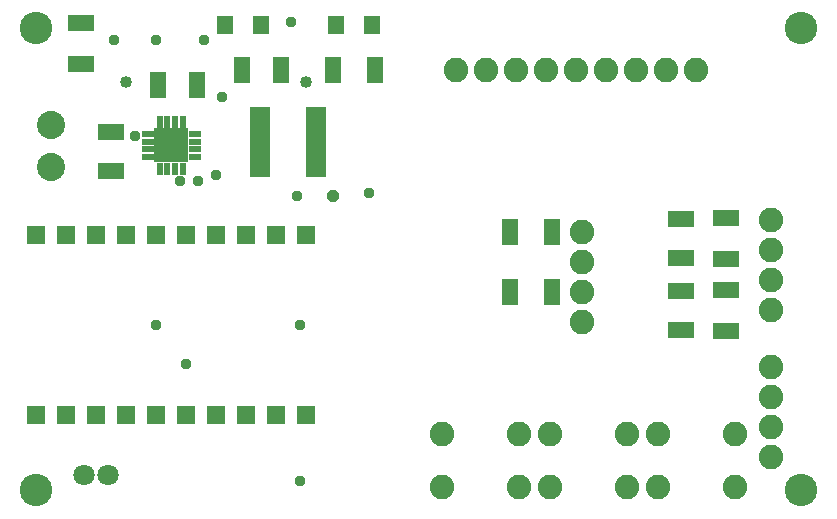
<source format=gts>
G04 EAGLE Gerber RS-274X export*
G75*
%MOMM*%
%FSLAX34Y34*%
%LPD*%
%INSoldermask Top*%
%IPPOS*%
%AMOC8*
5,1,8,0,0,1.08239X$1,22.5*%
G01*
%ADD10C,2.743200*%
%ADD11C,2.082800*%
%ADD12R,1.473200X2.235200*%
%ADD13R,2.235200X1.473200*%
%ADD14R,0.553200X1.003200*%
%ADD15R,1.003200X0.553200*%
%ADD16R,3.003200X3.003200*%
%ADD17C,2.387600*%
%ADD18C,1.803200*%
%ADD19R,2.263200X1.473200*%
%ADD20R,1.473200X2.263200*%
%ADD21R,1.611200X1.611200*%
%ADD22C,1.016000*%
%ADD23R,1.403200X1.603200*%
%ADD24R,1.803400X5.918200*%
%ADD25C,0.959600*%
%ADD26P,1.038661X8X22.500000*%


D10*
X25400Y416560D03*
X673100Y416560D03*
X673100Y25400D03*
X25400Y25400D03*
D11*
X460248Y73406D03*
X525272Y73406D03*
X460248Y28194D03*
X525272Y28194D03*
X368808Y73406D03*
X433832Y73406D03*
X368808Y28194D03*
X433832Y28194D03*
D12*
X128270Y368300D03*
X161290Y368300D03*
D13*
X571500Y194310D03*
X571500Y161290D03*
X571500Y222250D03*
X571500Y255270D03*
X88900Y295910D03*
X88900Y328930D03*
D12*
X232410Y381000D03*
X199390Y381000D03*
D14*
X149450Y337500D03*
X142950Y337500D03*
X136450Y337500D03*
X129950Y337500D03*
D15*
X119700Y327250D03*
X119700Y320750D03*
X119700Y314250D03*
X119700Y307750D03*
D14*
X129950Y297500D03*
X136450Y297500D03*
X142950Y297500D03*
X149450Y297500D03*
D15*
X159700Y307750D03*
X159700Y314250D03*
X159700Y320750D03*
X159700Y327250D03*
D16*
X139700Y317500D03*
D17*
X38100Y299500D03*
X38100Y334500D03*
D11*
X381000Y381000D03*
X406400Y381000D03*
X431800Y381000D03*
X457200Y381000D03*
X482600Y381000D03*
X508000Y381000D03*
X533400Y381000D03*
X558800Y381000D03*
X584200Y381000D03*
X647700Y177800D03*
X647700Y203200D03*
X647700Y228600D03*
X647700Y254000D03*
D18*
X86200Y38100D03*
X66200Y38100D03*
D11*
X487680Y243840D03*
X487680Y218440D03*
X487680Y193040D03*
X487680Y167640D03*
D19*
X609600Y160250D03*
X609600Y195350D03*
X609600Y221210D03*
X609600Y256310D03*
D20*
X426950Y243840D03*
X462050Y243840D03*
X426950Y193040D03*
X462050Y193040D03*
D11*
X616712Y28194D03*
X551688Y28194D03*
X616712Y73406D03*
X551688Y73406D03*
D21*
X127000Y88900D03*
X152400Y88900D03*
X177800Y88900D03*
X203200Y88900D03*
X228600Y88900D03*
X254000Y88900D03*
X101600Y88900D03*
X50800Y88900D03*
X76200Y88900D03*
X25400Y88900D03*
X25400Y241300D03*
X50800Y241300D03*
X76200Y241300D03*
X101600Y241300D03*
X127000Y241300D03*
X152400Y241300D03*
X177800Y241300D03*
X203200Y241300D03*
X228600Y241300D03*
X254000Y241300D03*
D22*
X101600Y370840D03*
X254000Y370840D03*
D11*
X647700Y53340D03*
X647700Y78740D03*
X647700Y104140D03*
X647700Y129540D03*
D23*
X309640Y419100D03*
X279640Y419100D03*
X185660Y419100D03*
X215660Y419100D03*
D19*
X63500Y386310D03*
X63500Y421410D03*
D20*
X277090Y381000D03*
X312190Y381000D03*
D24*
X215260Y320040D03*
X262260Y320040D03*
D25*
X147320Y287020D03*
X162560Y287020D03*
X109220Y325120D03*
X241300Y421640D03*
X307340Y276860D03*
X127000Y165100D03*
X248920Y165100D03*
X248920Y33020D03*
X167640Y406400D03*
X182880Y358140D03*
X127000Y406400D03*
X91440Y406400D03*
X134620Y325120D03*
X147320Y325120D03*
X147320Y309880D03*
X134620Y309880D03*
X246380Y274320D03*
D26*
X276860Y274320D03*
D25*
X152400Y132080D03*
X177800Y292100D03*
M02*

</source>
